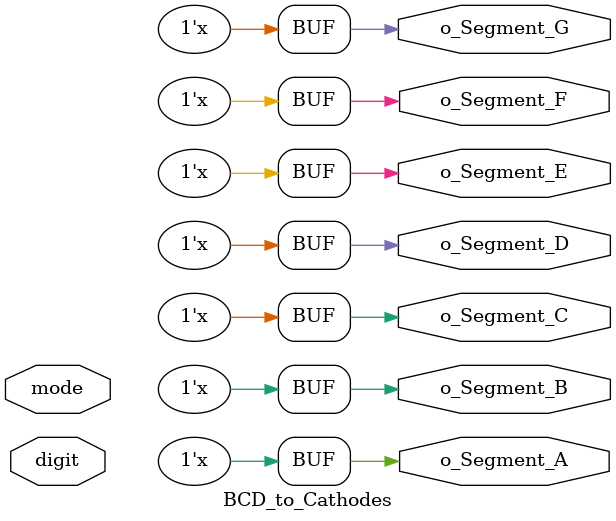
<source format=v>
`timescale 1ns / 1ps


module BCD_to_Cathodes(
input mode,
input [3:0] digit,
output  reg  o_Segment_A,
output reg o_Segment_B,
output reg o_Segment_C,
output reg o_Segment_D,
output reg o_Segment_E,
output reg o_Segment_F,
output reg o_Segment_G
    );

reg [6:0]    r_Encoding = 7'b0000000;

always@ (digit)
begin
if(mode == 0)begin
    case(digit)
        4'b0000 : r_Encoding <= 7'b1111110;//0
        4'b0001 : r_Encoding <= 7'b0110000;//1
        4'b0010 : r_Encoding <= 7'b1101101;//2
        4'b0011 : r_Encoding <= 7'b1111001;//3
        4'b0100 : r_Encoding <= 7'b0110011;//4       
        4'b0101 : r_Encoding <= 7'b1011011;//5
        4'b0110 : r_Encoding <= 7'b1011111;//6
        4'b0111 : r_Encoding <= 7'b1110000;//7
        4'b1000 : r_Encoding <= 7'b1111111;//8
        4'b1001 : r_Encoding <= 7'b1111011;//9
        4'b1010 : r_Encoding <= 7'b1110111;//A
        4'b1011 : r_Encoding <= 7'b0011111;//B
        4'b1100 : r_Encoding <= 7'b1001110;//C
        4'b1101 : r_Encoding <= 7'b0111101;//D
        4'b1110 : r_Encoding <= 7'b1001111;//E
        4'b1111 : r_Encoding <= 7'b1000111;//F
    endcase

   o_Segment_A = ~r_Encoding[6];
   o_Segment_B = ~r_Encoding[5];
   o_Segment_C = ~r_Encoding[4];
   o_Segment_D = ~r_Encoding[3];
   o_Segment_E = ~r_Encoding[2];
   o_Segment_F = ~r_Encoding[1];
   o_Segment_G = ~r_Encoding[0];
end
else

    case(digit)
        4'b0000 : r_Encoding <= 7'b1111110;//0
        4'b0001 : r_Encoding <= 7'b0110000;//1
        4'b0010 : r_Encoding <= 7'b1101101;//2
        4'b0011 : r_Encoding <= 7'b1111001;//3
        4'b0100 : r_Encoding <= 7'b0110011;//4       
        4'b0101 : r_Encoding <= 7'b1011011;//5
        4'b0110 : r_Encoding <= 7'b1011111;//6
        4'b0111 : r_Encoding <= 7'b1110000;//7
        4'b1000 : r_Encoding <= 7'b1111111;//8
        4'b1001 : r_Encoding <= 7'b1111011;//9
        4'b1111 : r_Encoding <= 7'b0000001; //minus
//        4'b1010 : r_Dec_Encoding <= 7'b;
//        4'b1011 : r_Dec_Encoding <= 7'b;
//        4'b1100 : r_Dec_Encoding <= 7'b;
//        4'b1101 : r_Dec_Encoding <= 7'b;
//        4'b1110 : r_Dec_Encoding <= 7'b;
//        4'b1111 : r_Dec_Encoding <= 7'b;
    endcase
   o_Segment_A = ~r_Encoding[6];
   o_Segment_B = ~r_Encoding[5];
   o_Segment_C = ~r_Encoding[4];
   o_Segment_D = ~r_Encoding[3];
   o_Segment_E = ~r_Encoding[2];
   o_Segment_F = ~r_Encoding[1];
   o_Segment_G = ~r_Encoding[0];
end
endmodule

</source>
